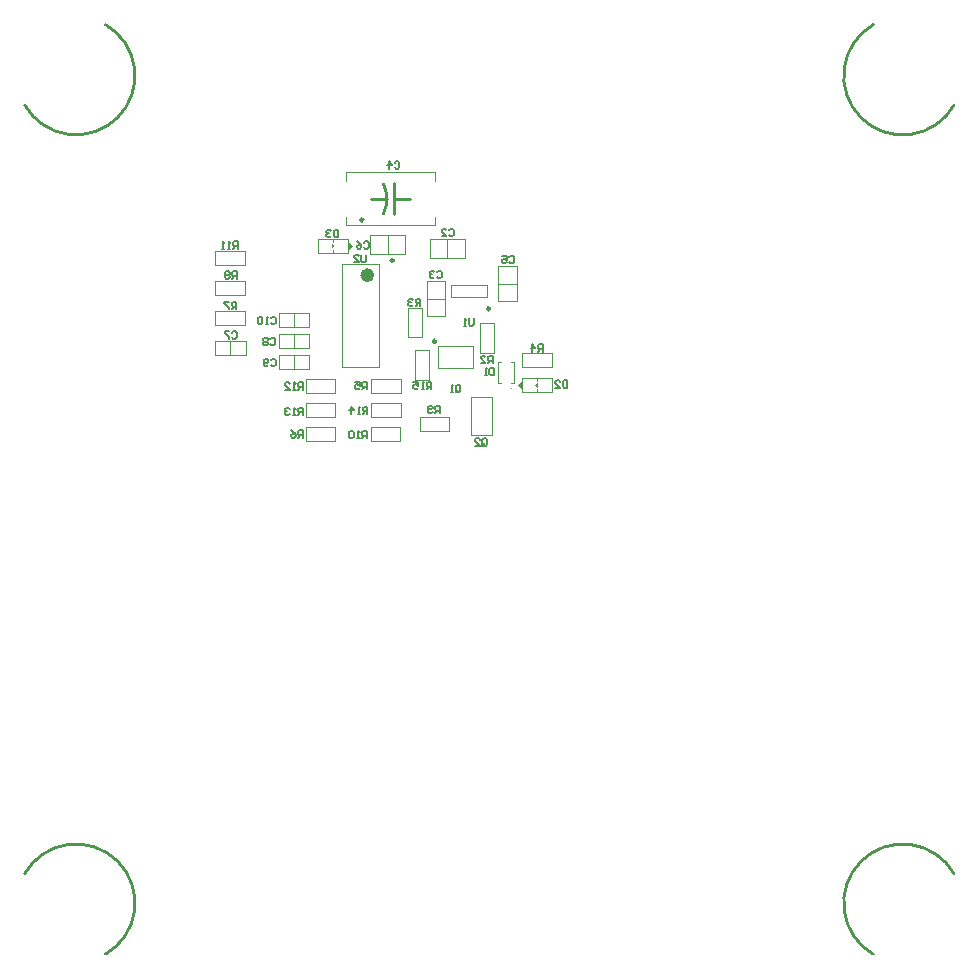
<source format=gbr>
%TF.GenerationSoftware,Altium Limited,Altium Designer,20.1.8 (145)*%
G04 Layer_Color=65535*
%FSLAX45Y45*%
%MOMM*%
%TF.SameCoordinates,6D2D8FCC-EB96-405E-AB85-A4400E8CD33B*%
%TF.FilePolarity,Positive*%
%TF.FileFunction,Legend,Bot*%
%TF.Part,Single*%
G01*
G75*
%TA.AperFunction,NonConductor*%
%ADD37C,0.10000*%
%ADD38C,0.25000*%
%ADD39C,0.25400*%
%ADD40C,0.60000*%
%ADD41C,0.10160*%
%ADD42C,0.12700*%
G36*
X2688344Y6063060D02*
X2665230Y6039946D01*
Y6086175D01*
X2688344Y6063060D01*
D02*
G37*
G36*
X2839220D02*
X2813820Y6037661D01*
X2813820Y6088460D01*
X2839220Y6063060D01*
D02*
G37*
G36*
X4413790Y4862686D02*
X4390677Y4885800D01*
X4413790Y4908914D01*
Y4862686D01*
D02*
G37*
G36*
X4265200Y4860401D02*
X4239800Y4885800D01*
X4265200Y4911200D01*
X4265200Y4860401D01*
D02*
G37*
D37*
X4192760Y4858300D02*
G03*
X4192760Y4858300I-5000J0D01*
G01*
D38*
X3547777Y5255680D02*
G03*
X3547777Y5255680I-12500J0D01*
G01*
X2933000Y6284800D02*
G03*
X2933000Y6284800I-12500J0D01*
G01*
X3190300Y5941860D02*
G03*
X3190300Y5941860I-12500J0D01*
G01*
X4004880Y5531560D02*
G03*
X4004880Y5531560I-12500J0D01*
G01*
D39*
X3103690Y6335815D02*
G03*
X3103690Y6589385I-271892J126785D01*
G01*
X750000Y66987D02*
G03*
X66987Y750000I-250000J433013D01*
G01*
X7933013D02*
G03*
X7250000Y66987I-433013J-250000D01*
G01*
Y7935784D02*
G03*
X7933013Y7252771I250000J-433013D01*
G01*
X66987Y7254405D02*
G03*
X750000Y7937418I433013J250000D01*
G01*
X3194300Y6332600D02*
Y6592600D01*
X2996800Y6462600D02*
X3131800D01*
X3194300D02*
X3324300D01*
D40*
X2997720Y5815780D02*
G03*
X2997720Y5815780I-30000J0D01*
G01*
D41*
X4239800Y4885800D02*
X4265200Y4860401D01*
X4239800Y4885800D02*
X4265200Y4911200D01*
X4277900Y4827380D02*
X4277900Y4944220D01*
X4277900Y4827380D02*
X4526820D01*
X4277900Y4944220D02*
X4526820D01*
X4265200Y4911200D02*
X4265200Y4860401D01*
X4402360Y4920800D02*
Y4944221D01*
Y4827380D02*
Y4850801D01*
X4526820Y4944220D02*
X4526820Y4827380D01*
X4070260Y5083300D02*
X4097680D01*
X4070260Y4903300D02*
X4097680D01*
X4182840Y5083300D02*
X4210260D01*
X4182841Y4903300D02*
X4210260D01*
X4070260D02*
Y5083300D01*
X4210260Y4903300D02*
X4210260Y5083300D01*
X4277899Y5155820D02*
X4526820Y5155820D01*
X4277899Y5155820D02*
X4277900Y5038980D01*
X4526820Y5038980D01*
Y5155820D01*
X3489960Y4931221D02*
Y5180141D01*
X3373120D02*
X3489960D01*
X3373120Y4931221D02*
Y5180141D01*
Y4931221D02*
X3489960D01*
X3562777Y5033180D02*
X3862777D01*
X3562777Y5213180D02*
X3862777D01*
Y5033180D02*
Y5213180D01*
X3562777Y5033180D02*
Y5213180D01*
X3844460Y4466000D02*
X4024460Y4466000D01*
X3844460Y4466000D02*
X3844460Y4786000D01*
X4024460Y4466000D02*
Y4786000D01*
X3844460D02*
X4024460D01*
X4036061Y5160240D02*
X4036061Y5409160D01*
X3919220D02*
X4036061D01*
X3919220Y5160240D02*
Y5409160D01*
Y5160240D02*
X4036061Y5160240D01*
X1808456Y5140580D02*
Y5257420D01*
X1678916Y5140580D02*
X1937996D01*
Y5257420D01*
X1678916D02*
X1937996D01*
X1678916Y5140580D02*
Y5257420D01*
X2475040Y5021580D02*
Y5138420D01*
X2215961Y5021579D02*
X2475040Y5021580D01*
X2215960Y5138420D02*
X2215961Y5021579D01*
X2215960Y5138420D02*
X2475040D01*
X2345500D02*
X2345501Y5021580D01*
X2475040Y5199380D02*
X2475041Y5316220D01*
X2215960Y5199380D02*
X2475040Y5199380D01*
X2215960Y5199380D02*
Y5316220D01*
X2475041D01*
X2345500Y5199380D02*
Y5316220D01*
X2475040Y5377180D02*
Y5494020D01*
X2215960Y5377180D02*
X2475040D01*
X2215960D02*
Y5494020D01*
X2475040D01*
X2345501Y5377180D02*
Y5494020D01*
X2999740Y4818381D02*
X3248660D01*
Y4935221D01*
X2999740D02*
X3248660D01*
X2999740Y4818381D02*
Y4935221D01*
X2448340Y4818380D02*
Y4935220D01*
X2697260Y4935220D01*
Y4818380D02*
Y4935220D01*
X2448340Y4818380D02*
X2697260D01*
X2448340Y4615180D02*
Y4732020D01*
X2697260D01*
Y4615180D02*
Y4732020D01*
X2448340Y4615180D02*
X2697260D01*
X2999740D02*
X3248660D01*
Y4732020D01*
X2999740D02*
X3248660D01*
X2999740Y4615180D02*
Y4732020D01*
X2996741Y4411981D02*
X3245661D01*
Y4528821D01*
X2996741D02*
X3245661D01*
X2996741Y4411981D02*
Y4528821D01*
X2448340Y4411980D02*
Y4528820D01*
X2697260D01*
Y4411980D02*
Y4528820D01*
X2448340Y4411980D02*
X2697260D01*
X1681496Y5394580D02*
X1681496Y5511420D01*
X1930416Y5511421D01*
Y5394580D02*
Y5511421D01*
X1681496Y5394580D02*
X1930416D01*
X1681496Y5648580D02*
X1930416D01*
Y5765420D01*
X1681496D02*
X1930416D01*
X1681496Y5648580D02*
Y5765420D01*
X2813820Y6088460D02*
X2839220Y6063060D01*
X2813820Y6037661D02*
X2839220Y6063060D01*
X2801120Y6004640D02*
X2801120Y6121480D01*
X2552200Y6121481D02*
X2801120Y6121480D01*
X2552200Y6004640D02*
X2801120D01*
X2813820Y6088460D02*
X2813820Y6037661D01*
X2676660Y6004640D02*
Y6028060D01*
Y6098060D02*
Y6121481D01*
X2552200Y6004640D02*
Y6121481D01*
X3536800Y6615180D02*
X3536800Y6687600D01*
X2786800D02*
X2786800Y6615180D01*
X3536800Y6237600D02*
X3536800Y6310020D01*
X2786800D02*
X2786800Y6237600D01*
X2786800Y6687600D02*
X3536800D01*
X2786800Y6237600D02*
X3536800D01*
X3062800Y5040860D02*
Y5910860D01*
X2752800Y5040860D02*
Y5910860D01*
X3062800D01*
X2752800Y5040860D02*
X3062800D01*
X3412440Y4497980D02*
Y4614820D01*
X3661360Y4614820D01*
Y4497980D02*
Y4614820D01*
X3412440Y4497980D02*
X3661360Y4497980D01*
X3469639Y5617200D02*
X3627120D01*
X3627120Y5764520D02*
X3627120Y5469881D01*
X3469639D02*
X3627120D01*
X3469639D02*
Y5764520D01*
X3627120Y5764520D01*
X3677280Y5733960D02*
X3977280D01*
X3677280Y5633960D02*
X3977280D01*
X3677280D02*
Y5733960D01*
X3977280Y5633960D02*
Y5733960D01*
X1681496Y6019420D02*
X1930416Y6019420D01*
X1681496Y5902579D02*
Y6019420D01*
Y5902579D02*
X1930415D01*
X1930416Y6019420D01*
X3140980Y5996560D02*
Y6154040D01*
X2993660D02*
X3288300D01*
Y5996560D02*
Y6154040D01*
X2993660Y5996560D02*
X3288300D01*
X2993660D02*
Y6154040D01*
X3314700Y5289400D02*
Y5538320D01*
Y5289400D02*
X3431540D01*
Y5538320D01*
X3314700D02*
X3431540D01*
X4073660Y5596520D02*
X4231140Y5596521D01*
X4231140Y5891160D01*
X4073659D02*
X4231140D01*
X4073659D02*
X4073660Y5596520D01*
X4073659Y5743840D02*
X4231140Y5743840D01*
X3497340Y5961460D02*
Y6118940D01*
Y5961460D02*
X3791980Y5961460D01*
X3791980Y6118940D01*
X3497340D02*
X3791980D01*
X3644660Y5961460D02*
Y6118940D01*
D42*
X4040627Y5030470D02*
Y4969530D01*
X4010157D01*
X4000000Y4979687D01*
Y5020313D01*
X4010157Y5030470D01*
X4040627D01*
X3979686Y4969530D02*
X3959373D01*
X3969530D01*
Y5030470D01*
X3979686Y5020313D01*
X3509800Y4851056D02*
Y4911997D01*
X3479330D01*
X3469173Y4901840D01*
Y4881526D01*
X3479330Y4871370D01*
X3509800D01*
X3489487D02*
X3469173Y4851056D01*
X3448860D02*
X3428546D01*
X3438703D01*
Y4911997D01*
X3448860Y4901840D01*
X3357449Y4911997D02*
X3398076D01*
Y4881526D01*
X3377763Y4891683D01*
X3367606D01*
X3357449Y4881526D01*
Y4861213D01*
X3367606Y4851056D01*
X3387920D01*
X3398076Y4861213D01*
X3714159Y4834106D02*
Y4874733D01*
X3724315Y4884890D01*
X3744629D01*
X3754785Y4874733D01*
Y4834106D01*
X3744629Y4823949D01*
X3724315D01*
X3734472Y4844263D02*
X3714159Y4823949D01*
X3724315D02*
X3714159Y4834106D01*
X3693845Y4823949D02*
X3673532D01*
X3683689D01*
Y4884890D01*
X3693845Y4874733D01*
X3940569Y4382856D02*
Y4423483D01*
X3950726Y4433639D01*
X3971039D01*
X3981196Y4423483D01*
Y4382856D01*
X3971039Y4372699D01*
X3950726D01*
X3960882Y4393013D02*
X3940569Y4372699D01*
X3950726D02*
X3940569Y4382856D01*
X3879629Y4372699D02*
X3920256D01*
X3879629Y4413326D01*
Y4423483D01*
X3889785Y4433639D01*
X3910099D01*
X3920256Y4423483D01*
X4028424Y5070624D02*
Y5131564D01*
X3997954D01*
X3987797Y5121408D01*
Y5101094D01*
X3997954Y5090937D01*
X4028424D01*
X4008110D02*
X3987797Y5070624D01*
X3926857D02*
X3967484D01*
X3926857Y5111251D01*
Y5121408D01*
X3937013Y5131564D01*
X3957327D01*
X3967484Y5121408D01*
X1818997Y5329002D02*
X1829154Y5339158D01*
X1849467D01*
X1859624Y5329002D01*
Y5288375D01*
X1849467Y5278218D01*
X1829154D01*
X1818997Y5288375D01*
X1798684Y5339158D02*
X1758057D01*
Y5329002D01*
X1798684Y5288375D01*
Y5278218D01*
X2150125Y5094059D02*
X2160282Y5104216D01*
X2180595D01*
X2190752Y5094059D01*
Y5053432D01*
X2180595Y5043275D01*
X2160282D01*
X2150125Y5053432D01*
X2129812D02*
X2119655Y5043275D01*
X2099341D01*
X2089185Y5053432D01*
Y5094059D01*
X2099341Y5104216D01*
X2119655D01*
X2129812Y5094059D01*
Y5083902D01*
X2119655Y5073746D01*
X2089185D01*
X2144972Y5273200D02*
X2155129Y5283357D01*
X2175442D01*
X2185599Y5273200D01*
Y5232573D01*
X2175442Y5222417D01*
X2155129D01*
X2144972Y5232573D01*
X2124658Y5273200D02*
X2114502Y5283357D01*
X2094188D01*
X2084032Y5273200D01*
Y5263043D01*
X2094188Y5252887D01*
X2084032Y5242730D01*
Y5232573D01*
X2094188Y5222417D01*
X2114502D01*
X2124658Y5232573D01*
Y5242730D01*
X2114502Y5252887D01*
X2124658Y5263043D01*
Y5273200D01*
X2114502Y5252887D02*
X2094188D01*
X2149743Y5454918D02*
X2159899Y5465074D01*
X2180213D01*
X2190370Y5454918D01*
Y5414291D01*
X2180213Y5404134D01*
X2159899D01*
X2149743Y5414291D01*
X2129429Y5404134D02*
X2109116D01*
X2119273D01*
Y5465074D01*
X2129429Y5454918D01*
X2078646D02*
X2068489Y5465074D01*
X2048176D01*
X2038019Y5454918D01*
Y5414291D01*
X2048176Y5404134D01*
X2068489D01*
X2078646Y5414291D01*
Y5454918D01*
X2963553Y4849806D02*
Y4910746D01*
X2933083D01*
X2922926Y4900589D01*
Y4880276D01*
X2933083Y4870119D01*
X2963553D01*
X2943240D02*
X2922926Y4849806D01*
X2861986Y4910746D02*
X2902613D01*
Y4880276D01*
X2882300Y4890432D01*
X2872143D01*
X2861986Y4880276D01*
Y4859962D01*
X2872143Y4849806D01*
X2892456D01*
X2902613Y4859962D01*
X2420375Y4846330D02*
Y4907270D01*
X2389905D01*
X2379748Y4897113D01*
Y4876800D01*
X2389905Y4866643D01*
X2420375D01*
X2400062D02*
X2379748Y4846330D01*
X2359435D02*
X2339122D01*
X2349278D01*
Y4907270D01*
X2359435Y4897113D01*
X2268025Y4846330D02*
X2308651D01*
X2268025Y4886957D01*
Y4897113D01*
X2278181Y4907270D01*
X2298495D01*
X2308651Y4897113D01*
X2420375Y4633730D02*
Y4694670D01*
X2389905D01*
X2379748Y4684513D01*
Y4664200D01*
X2389905Y4654043D01*
X2420375D01*
X2400062D02*
X2379748Y4633730D01*
X2359435D02*
X2339122D01*
X2349278D01*
Y4694670D01*
X2359435Y4684513D01*
X2308651D02*
X2298495Y4694670D01*
X2278181D01*
X2268025Y4684513D01*
Y4674357D01*
X2278181Y4664200D01*
X2288338D01*
X2278181D01*
X2268025Y4654043D01*
Y4643887D01*
X2278181Y4633730D01*
X2298495D01*
X2308651Y4643887D01*
X2967590Y4641790D02*
Y4702730D01*
X2937120D01*
X2926963Y4692574D01*
Y4672260D01*
X2937120Y4662104D01*
X2967590D01*
X2947276D02*
X2926963Y4641790D01*
X2906650D02*
X2886336D01*
X2896493D01*
Y4702730D01*
X2906650Y4692574D01*
X2825396Y4641790D02*
Y4702730D01*
X2855866Y4672260D01*
X2815239D01*
X2963130Y4435050D02*
Y4495990D01*
X2932660D01*
X2922503Y4485834D01*
Y4465520D01*
X2932660Y4455363D01*
X2963130D01*
X2942817D02*
X2922503Y4435050D01*
X2902190D02*
X2881877D01*
X2892033D01*
Y4495990D01*
X2902190Y4485834D01*
X2851407D02*
X2841250Y4495990D01*
X2820936D01*
X2810780Y4485834D01*
Y4445207D01*
X2820936Y4435050D01*
X2841250D01*
X2851407Y4445207D01*
Y4485834D01*
X2420383Y4439930D02*
Y4500870D01*
X2389913D01*
X2379756Y4490713D01*
Y4470400D01*
X2389913Y4460243D01*
X2420383D01*
X2400070D02*
X2379756Y4439930D01*
X2318816Y4500870D02*
X2339130Y4490713D01*
X2359443Y4470400D01*
Y4450087D01*
X2349286Y4439930D01*
X2328973D01*
X2318816Y4450087D01*
Y4460243D01*
X2328973Y4470400D01*
X2359443D01*
X1857911Y5530026D02*
Y5590966D01*
X1827441D01*
X1817284Y5580810D01*
Y5560496D01*
X1827441Y5550339D01*
X1857911D01*
X1837598D02*
X1817284Y5530026D01*
X1796971Y5590966D02*
X1756344D01*
Y5580810D01*
X1796971Y5540183D01*
Y5530026D01*
X2955600Y5986890D02*
Y5936106D01*
X2945444Y5925950D01*
X2925130D01*
X2914974Y5936106D01*
Y5986890D01*
X2854033Y5925950D02*
X2894660D01*
X2854033Y5966577D01*
Y5976733D01*
X2864190Y5986890D01*
X2884504D01*
X2894660Y5976733D01*
X3865916Y5449192D02*
Y5398409D01*
X3855759Y5388252D01*
X3835445D01*
X3825289Y5398409D01*
Y5449192D01*
X3804975Y5388252D02*
X3784662D01*
X3794819D01*
Y5449192D01*
X3804975Y5439036D01*
X1869020Y6040298D02*
Y6101238D01*
X1838550D01*
X1828393Y6091082D01*
Y6070768D01*
X1838550Y6060612D01*
X1869020D01*
X1848707D02*
X1828393Y6040298D01*
X1808080D02*
X1787767D01*
X1797923D01*
Y6101238D01*
X1808080Y6091082D01*
X1757296Y6040298D02*
X1736983D01*
X1747140D01*
Y6101238D01*
X1757296Y6091082D01*
X1861803Y5786130D02*
Y5847070D01*
X1831333D01*
X1821177Y5836913D01*
Y5816600D01*
X1831333Y5806443D01*
X1861803D01*
X1841490D02*
X1821177Y5786130D01*
X1800863Y5836913D02*
X1790707Y5847070D01*
X1770393D01*
X1760237Y5836913D01*
Y5826757D01*
X1770393Y5816600D01*
X1760237Y5806443D01*
Y5796287D01*
X1770393Y5786130D01*
X1790707D01*
X1800863Y5796287D01*
Y5806443D01*
X1790707Y5816600D01*
X1800863Y5826757D01*
Y5836913D01*
X1790707Y5816600D02*
X1770393D01*
X4450784Y5169530D02*
Y5230470D01*
X4420313D01*
X4410157Y5220313D01*
Y5200000D01*
X4420313Y5189843D01*
X4450784D01*
X4430470D02*
X4410157Y5169530D01*
X4359373D02*
Y5230470D01*
X4389843Y5200000D01*
X4349217D01*
X3579717Y4648795D02*
Y4709735D01*
X3549247D01*
X3539090Y4699578D01*
Y4679265D01*
X3549247Y4669108D01*
X3579717D01*
X3559404D02*
X3539090Y4648795D01*
X3518777Y4658952D02*
X3508620Y4648795D01*
X3488307D01*
X3478150Y4658952D01*
Y4699578D01*
X3488307Y4709735D01*
X3508620D01*
X3518777Y4699578D01*
Y4689422D01*
X3508620Y4679265D01*
X3478150D01*
X3416775Y5556973D02*
Y5617913D01*
X3386305D01*
X3376148Y5607757D01*
Y5587443D01*
X3386305Y5577287D01*
X3416775D01*
X3396462D02*
X3376148Y5556973D01*
X3355835Y5607757D02*
X3345678Y5617913D01*
X3325365D01*
X3315208Y5607757D01*
Y5597600D01*
X3325365Y5587443D01*
X3335522D01*
X3325365D01*
X3315208Y5577287D01*
Y5567130D01*
X3325365Y5556973D01*
X3345678D01*
X3355835Y5567130D01*
X2721664Y6200267D02*
Y6139327D01*
X2691194D01*
X2681038Y6149484D01*
Y6190111D01*
X2691194Y6200267D01*
X2721664D01*
X2660724Y6190111D02*
X2650567Y6200267D01*
X2630254D01*
X2620097Y6190111D01*
Y6179954D01*
X2630254Y6169797D01*
X2640411D01*
X2630254D01*
X2620097Y6159640D01*
Y6149484D01*
X2630254Y6139327D01*
X2650567D01*
X2660724Y6149484D01*
X4660095Y4924162D02*
Y4863222D01*
X4629625D01*
X4619468Y4873379D01*
Y4914005D01*
X4629625Y4924162D01*
X4660095D01*
X4558528Y4863222D02*
X4599155D01*
X4558528Y4903849D01*
Y4914005D01*
X4568685Y4924162D01*
X4588998D01*
X4599155Y4914005D01*
X2937391Y6092419D02*
X2947547Y6102576D01*
X2967861D01*
X2978017Y6092419D01*
Y6051792D01*
X2967861Y6041636D01*
X2947547D01*
X2937391Y6051792D01*
X2876450Y6102576D02*
X2896764Y6092419D01*
X2917077Y6072106D01*
Y6051792D01*
X2906921Y6041636D01*
X2886607D01*
X2876450Y6051792D01*
Y6061949D01*
X2886607Y6072106D01*
X2917077D01*
X3197357Y6768713D02*
X3207513Y6778870D01*
X3227827D01*
X3237983Y6768713D01*
Y6728087D01*
X3227827Y6717930D01*
X3207513D01*
X3197357Y6728087D01*
X3146573Y6717930D02*
Y6778870D01*
X3177043Y6748400D01*
X3136416D01*
X4165938Y5966854D02*
X4176095Y5977011D01*
X4196408D01*
X4206565Y5966854D01*
Y5926227D01*
X4196408Y5916070D01*
X4176095D01*
X4165938Y5926227D01*
X4104998Y5977011D02*
X4145624D01*
Y5946541D01*
X4125311Y5956697D01*
X4115154D01*
X4104998Y5946541D01*
Y5926227D01*
X4115154Y5916070D01*
X4135468D01*
X4145624Y5926227D01*
X3555176Y5843809D02*
X3565333Y5853966D01*
X3585646D01*
X3595803Y5843809D01*
Y5803183D01*
X3585646Y5793026D01*
X3565333D01*
X3555176Y5803183D01*
X3534863Y5843809D02*
X3524706Y5853966D01*
X3504393D01*
X3494236Y5843809D01*
Y5833653D01*
X3504393Y5823496D01*
X3514549D01*
X3504393D01*
X3494236Y5813339D01*
Y5803183D01*
X3504393Y5793026D01*
X3524706D01*
X3534863Y5803183D01*
X3656964Y6195809D02*
X3667120Y6205965D01*
X3687434D01*
X3697591Y6195809D01*
Y6155182D01*
X3687434Y6145025D01*
X3667120D01*
X3656964Y6155182D01*
X3596024Y6145025D02*
X3636650D01*
X3596024Y6185652D01*
Y6195809D01*
X3606180Y6205965D01*
X3626494D01*
X3636650Y6195809D01*
%TF.MD5,37a702bb9689c23e0834efdd71bfd7ed*%
M02*

</source>
